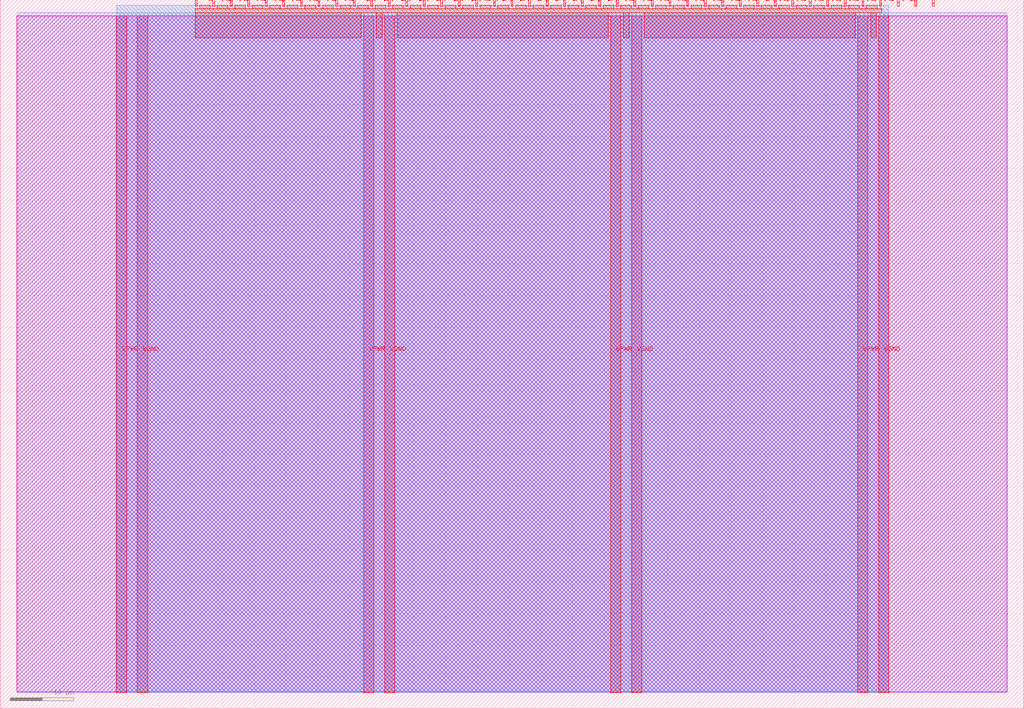
<source format=lef>
VERSION 5.7 ;
  NOWIREEXTENSIONATPIN ON ;
  DIVIDERCHAR "/" ;
  BUSBITCHARS "[]" ;
MACRO tt_um_wokwi_445163636148924417
  CLASS BLOCK ;
  FOREIGN tt_um_wokwi_445163636148924417 ;
  ORIGIN 0.000 0.000 ;
  SIZE 161.000 BY 111.520 ;
  PIN VGND
    DIRECTION INOUT ;
    USE GROUND ;
    PORT
      LAYER met4 ;
        RECT 21.580 2.480 23.180 109.040 ;
    END
    PORT
      LAYER met4 ;
        RECT 60.450 2.480 62.050 109.040 ;
    END
    PORT
      LAYER met4 ;
        RECT 99.320 2.480 100.920 109.040 ;
    END
    PORT
      LAYER met4 ;
        RECT 138.190 2.480 139.790 109.040 ;
    END
  END VGND
  PIN VPWR
    DIRECTION INOUT ;
    USE POWER ;
    PORT
      LAYER met4 ;
        RECT 18.280 2.480 19.880 109.040 ;
    END
    PORT
      LAYER met4 ;
        RECT 57.150 2.480 58.750 109.040 ;
    END
    PORT
      LAYER met4 ;
        RECT 96.020 2.480 97.620 109.040 ;
    END
    PORT
      LAYER met4 ;
        RECT 134.890 2.480 136.490 109.040 ;
    END
  END VPWR
  PIN clk
    DIRECTION INPUT ;
    USE SIGNAL ;
    PORT
      LAYER met4 ;
        RECT 143.830 110.520 144.130 111.520 ;
    END
  END clk
  PIN ena
    DIRECTION INPUT ;
    USE SIGNAL ;
    PORT
      LAYER met4 ;
        RECT 146.590 110.520 146.890 111.520 ;
    END
  END ena
  PIN rst_n
    DIRECTION INPUT ;
    USE SIGNAL ;
    PORT
      LAYER met4 ;
        RECT 141.070 110.520 141.370 111.520 ;
    END
  END rst_n
  PIN ui_in[0]
    DIRECTION INPUT ;
    USE SIGNAL ;
    ANTENNAGATEAREA 0.196500 ;
    PORT
      LAYER met4 ;
        RECT 138.310 110.520 138.610 111.520 ;
    END
  END ui_in[0]
  PIN ui_in[1]
    DIRECTION INPUT ;
    USE SIGNAL ;
    ANTENNAGATEAREA 0.196500 ;
    PORT
      LAYER met4 ;
        RECT 135.550 110.520 135.850 111.520 ;
    END
  END ui_in[1]
  PIN ui_in[2]
    DIRECTION INPUT ;
    USE SIGNAL ;
    ANTENNAGATEAREA 0.196500 ;
    PORT
      LAYER met4 ;
        RECT 132.790 110.520 133.090 111.520 ;
    END
  END ui_in[2]
  PIN ui_in[3]
    DIRECTION INPUT ;
    USE SIGNAL ;
    ANTENNAGATEAREA 0.196500 ;
    PORT
      LAYER met4 ;
        RECT 130.030 110.520 130.330 111.520 ;
    END
  END ui_in[3]
  PIN ui_in[4]
    DIRECTION INPUT ;
    USE SIGNAL ;
    ANTENNAGATEAREA 0.196500 ;
    PORT
      LAYER met4 ;
        RECT 127.270 110.520 127.570 111.520 ;
    END
  END ui_in[4]
  PIN ui_in[5]
    DIRECTION INPUT ;
    USE SIGNAL ;
    ANTENNAGATEAREA 0.196500 ;
    PORT
      LAYER met4 ;
        RECT 124.510 110.520 124.810 111.520 ;
    END
  END ui_in[5]
  PIN ui_in[6]
    DIRECTION INPUT ;
    USE SIGNAL ;
    ANTENNAGATEAREA 0.196500 ;
    PORT
      LAYER met4 ;
        RECT 121.750 110.520 122.050 111.520 ;
    END
  END ui_in[6]
  PIN ui_in[7]
    DIRECTION INPUT ;
    USE SIGNAL ;
    ANTENNAGATEAREA 0.196500 ;
    PORT
      LAYER met4 ;
        RECT 118.990 110.520 119.290 111.520 ;
    END
  END ui_in[7]
  PIN uio_in[0]
    DIRECTION INPUT ;
    USE SIGNAL ;
    PORT
      LAYER met4 ;
        RECT 116.230 110.520 116.530 111.520 ;
    END
  END uio_in[0]
  PIN uio_in[1]
    DIRECTION INPUT ;
    USE SIGNAL ;
    PORT
      LAYER met4 ;
        RECT 113.470 110.520 113.770 111.520 ;
    END
  END uio_in[1]
  PIN uio_in[2]
    DIRECTION INPUT ;
    USE SIGNAL ;
    PORT
      LAYER met4 ;
        RECT 110.710 110.520 111.010 111.520 ;
    END
  END uio_in[2]
  PIN uio_in[3]
    DIRECTION INPUT ;
    USE SIGNAL ;
    PORT
      LAYER met4 ;
        RECT 107.950 110.520 108.250 111.520 ;
    END
  END uio_in[3]
  PIN uio_in[4]
    DIRECTION INPUT ;
    USE SIGNAL ;
    PORT
      LAYER met4 ;
        RECT 105.190 110.520 105.490 111.520 ;
    END
  END uio_in[4]
  PIN uio_in[5]
    DIRECTION INPUT ;
    USE SIGNAL ;
    PORT
      LAYER met4 ;
        RECT 102.430 110.520 102.730 111.520 ;
    END
  END uio_in[5]
  PIN uio_in[6]
    DIRECTION INPUT ;
    USE SIGNAL ;
    PORT
      LAYER met4 ;
        RECT 99.670 110.520 99.970 111.520 ;
    END
  END uio_in[6]
  PIN uio_in[7]
    DIRECTION INPUT ;
    USE SIGNAL ;
    PORT
      LAYER met4 ;
        RECT 96.910 110.520 97.210 111.520 ;
    END
  END uio_in[7]
  PIN uio_oe[0]
    DIRECTION OUTPUT ;
    USE SIGNAL ;
    PORT
      LAYER met4 ;
        RECT 49.990 110.520 50.290 111.520 ;
    END
  END uio_oe[0]
  PIN uio_oe[1]
    DIRECTION OUTPUT ;
    USE SIGNAL ;
    PORT
      LAYER met4 ;
        RECT 47.230 110.520 47.530 111.520 ;
    END
  END uio_oe[1]
  PIN uio_oe[2]
    DIRECTION OUTPUT ;
    USE SIGNAL ;
    PORT
      LAYER met4 ;
        RECT 44.470 110.520 44.770 111.520 ;
    END
  END uio_oe[2]
  PIN uio_oe[3]
    DIRECTION OUTPUT ;
    USE SIGNAL ;
    PORT
      LAYER met4 ;
        RECT 41.710 110.520 42.010 111.520 ;
    END
  END uio_oe[3]
  PIN uio_oe[4]
    DIRECTION OUTPUT ;
    USE SIGNAL ;
    PORT
      LAYER met4 ;
        RECT 38.950 110.520 39.250 111.520 ;
    END
  END uio_oe[4]
  PIN uio_oe[5]
    DIRECTION OUTPUT ;
    USE SIGNAL ;
    PORT
      LAYER met4 ;
        RECT 36.190 110.520 36.490 111.520 ;
    END
  END uio_oe[5]
  PIN uio_oe[6]
    DIRECTION OUTPUT ;
    USE SIGNAL ;
    PORT
      LAYER met4 ;
        RECT 33.430 110.520 33.730 111.520 ;
    END
  END uio_oe[6]
  PIN uio_oe[7]
    DIRECTION OUTPUT ;
    USE SIGNAL ;
    PORT
      LAYER met4 ;
        RECT 30.670 110.520 30.970 111.520 ;
    END
  END uio_oe[7]
  PIN uio_out[0]
    DIRECTION OUTPUT ;
    USE SIGNAL ;
    PORT
      LAYER met4 ;
        RECT 72.070 110.520 72.370 111.520 ;
    END
  END uio_out[0]
  PIN uio_out[1]
    DIRECTION OUTPUT ;
    USE SIGNAL ;
    PORT
      LAYER met4 ;
        RECT 69.310 110.520 69.610 111.520 ;
    END
  END uio_out[1]
  PIN uio_out[2]
    DIRECTION OUTPUT ;
    USE SIGNAL ;
    PORT
      LAYER met4 ;
        RECT 66.550 110.520 66.850 111.520 ;
    END
  END uio_out[2]
  PIN uio_out[3]
    DIRECTION OUTPUT ;
    USE SIGNAL ;
    PORT
      LAYER met4 ;
        RECT 63.790 110.520 64.090 111.520 ;
    END
  END uio_out[3]
  PIN uio_out[4]
    DIRECTION OUTPUT ;
    USE SIGNAL ;
    PORT
      LAYER met4 ;
        RECT 61.030 110.520 61.330 111.520 ;
    END
  END uio_out[4]
  PIN uio_out[5]
    DIRECTION OUTPUT ;
    USE SIGNAL ;
    PORT
      LAYER met4 ;
        RECT 58.270 110.520 58.570 111.520 ;
    END
  END uio_out[5]
  PIN uio_out[6]
    DIRECTION OUTPUT ;
    USE SIGNAL ;
    PORT
      LAYER met4 ;
        RECT 55.510 110.520 55.810 111.520 ;
    END
  END uio_out[6]
  PIN uio_out[7]
    DIRECTION OUTPUT ;
    USE SIGNAL ;
    PORT
      LAYER met4 ;
        RECT 52.750 110.520 53.050 111.520 ;
    END
  END uio_out[7]
  PIN uo_out[0]
    DIRECTION OUTPUT ;
    USE SIGNAL ;
    ANTENNADIFFAREA 0.445500 ;
    PORT
      LAYER met4 ;
        RECT 94.150 110.520 94.450 111.520 ;
    END
  END uo_out[0]
  PIN uo_out[1]
    DIRECTION OUTPUT ;
    USE SIGNAL ;
    ANTENNADIFFAREA 0.445500 ;
    PORT
      LAYER met4 ;
        RECT 91.390 110.520 91.690 111.520 ;
    END
  END uo_out[1]
  PIN uo_out[2]
    DIRECTION OUTPUT ;
    USE SIGNAL ;
    ANTENNADIFFAREA 0.445500 ;
    PORT
      LAYER met4 ;
        RECT 88.630 110.520 88.930 111.520 ;
    END
  END uo_out[2]
  PIN uo_out[3]
    DIRECTION OUTPUT ;
    USE SIGNAL ;
    ANTENNADIFFAREA 0.445500 ;
    PORT
      LAYER met4 ;
        RECT 85.870 110.520 86.170 111.520 ;
    END
  END uo_out[3]
  PIN uo_out[4]
    DIRECTION OUTPUT ;
    USE SIGNAL ;
    ANTENNADIFFAREA 0.445500 ;
    PORT
      LAYER met4 ;
        RECT 83.110 110.520 83.410 111.520 ;
    END
  END uo_out[4]
  PIN uo_out[5]
    DIRECTION OUTPUT ;
    USE SIGNAL ;
    ANTENNADIFFAREA 0.445500 ;
    PORT
      LAYER met4 ;
        RECT 80.350 110.520 80.650 111.520 ;
    END
  END uo_out[5]
  PIN uo_out[6]
    DIRECTION OUTPUT ;
    USE SIGNAL ;
    ANTENNADIFFAREA 0.445500 ;
    PORT
      LAYER met4 ;
        RECT 77.590 110.520 77.890 111.520 ;
    END
  END uo_out[6]
  PIN uo_out[7]
    DIRECTION OUTPUT ;
    USE SIGNAL ;
    ANTENNADIFFAREA 0.445500 ;
    PORT
      LAYER met4 ;
        RECT 74.830 110.520 75.130 111.520 ;
    END
  END uo_out[7]
  OBS
      LAYER nwell ;
        RECT 2.570 2.635 158.430 108.990 ;
      LAYER li1 ;
        RECT 2.760 2.635 158.240 108.885 ;
      LAYER met1 ;
        RECT 2.760 2.480 158.240 109.440 ;
      LAYER met2 ;
        RECT 18.310 2.535 139.760 110.685 ;
      LAYER met3 ;
        RECT 18.290 2.555 139.780 110.665 ;
      LAYER met4 ;
        RECT 31.370 110.120 33.030 110.665 ;
        RECT 34.130 110.120 35.790 110.665 ;
        RECT 36.890 110.120 38.550 110.665 ;
        RECT 39.650 110.120 41.310 110.665 ;
        RECT 42.410 110.120 44.070 110.665 ;
        RECT 45.170 110.120 46.830 110.665 ;
        RECT 47.930 110.120 49.590 110.665 ;
        RECT 50.690 110.120 52.350 110.665 ;
        RECT 53.450 110.120 55.110 110.665 ;
        RECT 56.210 110.120 57.870 110.665 ;
        RECT 58.970 110.120 60.630 110.665 ;
        RECT 61.730 110.120 63.390 110.665 ;
        RECT 64.490 110.120 66.150 110.665 ;
        RECT 67.250 110.120 68.910 110.665 ;
        RECT 70.010 110.120 71.670 110.665 ;
        RECT 72.770 110.120 74.430 110.665 ;
        RECT 75.530 110.120 77.190 110.665 ;
        RECT 78.290 110.120 79.950 110.665 ;
        RECT 81.050 110.120 82.710 110.665 ;
        RECT 83.810 110.120 85.470 110.665 ;
        RECT 86.570 110.120 88.230 110.665 ;
        RECT 89.330 110.120 90.990 110.665 ;
        RECT 92.090 110.120 93.750 110.665 ;
        RECT 94.850 110.120 96.510 110.665 ;
        RECT 97.610 110.120 99.270 110.665 ;
        RECT 100.370 110.120 102.030 110.665 ;
        RECT 103.130 110.120 104.790 110.665 ;
        RECT 105.890 110.120 107.550 110.665 ;
        RECT 108.650 110.120 110.310 110.665 ;
        RECT 111.410 110.120 113.070 110.665 ;
        RECT 114.170 110.120 115.830 110.665 ;
        RECT 116.930 110.120 118.590 110.665 ;
        RECT 119.690 110.120 121.350 110.665 ;
        RECT 122.450 110.120 124.110 110.665 ;
        RECT 125.210 110.120 126.870 110.665 ;
        RECT 127.970 110.120 129.630 110.665 ;
        RECT 130.730 110.120 132.390 110.665 ;
        RECT 133.490 110.120 135.150 110.665 ;
        RECT 136.250 110.120 137.910 110.665 ;
        RECT 30.655 109.440 138.625 110.120 ;
        RECT 30.655 105.575 56.750 109.440 ;
        RECT 59.150 105.575 60.050 109.440 ;
        RECT 62.450 105.575 95.620 109.440 ;
        RECT 98.020 105.575 98.920 109.440 ;
        RECT 101.320 105.575 134.490 109.440 ;
        RECT 136.890 105.575 137.790 109.440 ;
  END
END tt_um_wokwi_445163636148924417
END LIBRARY


</source>
